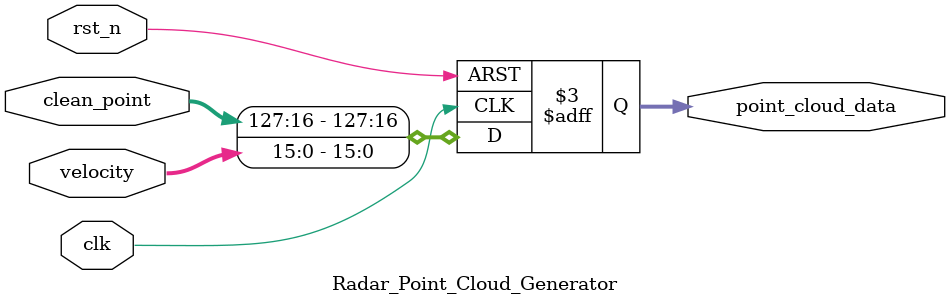
<source format=v>
module Radar_Point_Cloud_Generator (
    input  wire         clk,          // Clock đồng bộ
    input  wire         rst_n,        // Reset tích cực mức thấp
    input  wire [127:0] clean_point,  // Đầu vào: Điểm sạch 128-bit từ Clutter Remover
    input  wire [15:0]  velocity,     // Đầu vào: Vận tốc 16-bit từ Doppler Processor
    output wire [127:0] point_cloud_data // Đầu ra: Đám mây điểm radar 128-bit
);

// Pipeline đăng ký đầu ra
always @(posedge clk or negedge rst_n) begin
    if (!rst_n) begin
        point_cloud_data <= 128'b0; // Khởi tạo đầu ra về 0 khi reset
    end
    else begin
        point_cloud_data <= {clean_point[127:16], velocity}; // Ghép 112 bit cao của clean_point với 16 bit velocity
    end
end

endmodule
</source>
